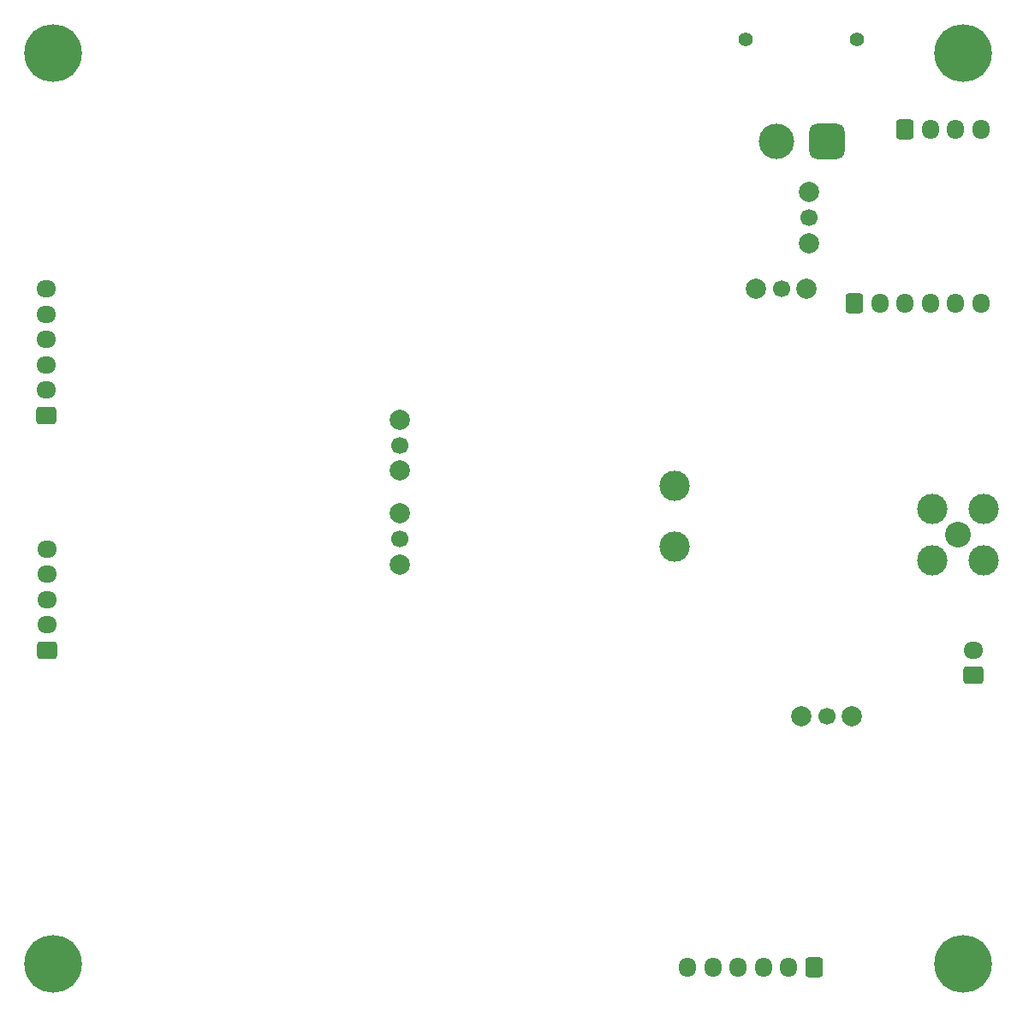
<source format=gbs>
%TF.GenerationSoftware,KiCad,Pcbnew,9.0.0*%
%TF.CreationDate,2025-02-23T16:43:12+09:00*%
%TF.ProjectId,YATA-PCB,59415441-2d50-4434-922e-6b696361645f,rev?*%
%TF.SameCoordinates,Original*%
%TF.FileFunction,Soldermask,Bot*%
%TF.FilePolarity,Negative*%
%FSLAX46Y46*%
G04 Gerber Fmt 4.6, Leading zero omitted, Abs format (unit mm)*
G04 Created by KiCad (PCBNEW 9.0.0) date 2025-02-23 16:43:12*
%MOMM*%
%LPD*%
G01*
G04 APERTURE LIST*
G04 Aperture macros list*
%AMRoundRect*
0 Rectangle with rounded corners*
0 $1 Rounding radius*
0 $2 $3 $4 $5 $6 $7 $8 $9 X,Y pos of 4 corners*
0 Add a 4 corners polygon primitive as box body*
4,1,4,$2,$3,$4,$5,$6,$7,$8,$9,$2,$3,0*
0 Add four circle primitives for the rounded corners*
1,1,$1+$1,$2,$3*
1,1,$1+$1,$4,$5*
1,1,$1+$1,$6,$7*
1,1,$1+$1,$8,$9*
0 Add four rect primitives between the rounded corners*
20,1,$1+$1,$2,$3,$4,$5,0*
20,1,$1+$1,$4,$5,$6,$7,0*
20,1,$1+$1,$6,$7,$8,$9,0*
20,1,$1+$1,$8,$9,$2,$3,0*%
G04 Aperture macros list end*
%ADD10RoundRect,0.250000X0.725000X-0.600000X0.725000X0.600000X-0.725000X0.600000X-0.725000X-0.600000X0*%
%ADD11O,1.950000X1.700000*%
%ADD12RoundRect,0.250000X-0.600000X-0.725000X0.600000X-0.725000X0.600000X0.725000X-0.600000X0.725000X0*%
%ADD13O,1.700000X1.950000*%
%ADD14C,1.400000*%
%ADD15RoundRect,0.770000X-0.980000X-0.980000X0.980000X-0.980000X0.980000X0.980000X-0.980000X0.980000X0*%
%ADD16C,3.500000*%
%ADD17C,5.700000*%
%ADD18C,2.000000*%
%ADD19C,1.700000*%
%ADD20C,3.000000*%
%ADD21RoundRect,0.250000X0.600000X0.725000X-0.600000X0.725000X-0.600000X-0.725000X0.600000X-0.725000X0*%
%ADD22C,2.540000*%
G04 APERTURE END LIST*
D10*
%TO.C,J18*%
X171000000Y-116500000D03*
D11*
X171000000Y-114000000D03*
%TD*%
D12*
%TO.C,J8*%
X159250000Y-79750000D03*
D13*
X161750000Y-79750000D03*
X164250000Y-79750000D03*
X166750000Y-79750000D03*
X169250000Y-79750000D03*
X171750000Y-79750000D03*
%TD*%
D14*
%TO.C,J4*%
X148500000Y-53675000D03*
X159500000Y-53675000D03*
D15*
X156500000Y-63675000D03*
D16*
X151500000Y-63675000D03*
%TD*%
D17*
%TO.C,J13*%
X170000000Y-145000000D03*
%TD*%
D10*
%TO.C,J3*%
X79438000Y-113975000D03*
D11*
X79438000Y-111475000D03*
X79438000Y-108975000D03*
X79438000Y-106475000D03*
X79438000Y-103975000D03*
%TD*%
D17*
%TO.C,J11*%
X170000000Y-55000000D03*
%TD*%
D12*
%TO.C,J5*%
X164250000Y-62500000D03*
D13*
X166750000Y-62500000D03*
X169250000Y-62500000D03*
X171750000Y-62500000D03*
%TD*%
D18*
%TO.C,J19*%
X154750000Y-68750000D03*
X154750000Y-73750000D03*
D19*
X154750000Y-71250000D03*
%TD*%
D18*
%TO.C,J7*%
X154000000Y-120500000D03*
X159000000Y-120500000D03*
D19*
X156500000Y-120500000D03*
%TD*%
D20*
%TO.C,J9*%
X141500000Y-103750000D03*
X141500000Y-97750000D03*
%TD*%
D18*
%TO.C,J15*%
X114250000Y-96250000D03*
X114250000Y-91250000D03*
D19*
X114250000Y-93750000D03*
%TD*%
D17*
%TO.C,J12*%
X80000000Y-145000000D03*
%TD*%
%TO.C,J10*%
X80000000Y-55000000D03*
%TD*%
D21*
%TO.C,J2*%
X155250000Y-145312000D03*
D13*
X152750000Y-145312000D03*
X150250000Y-145312000D03*
X147750000Y-145312000D03*
X145250000Y-145312000D03*
X142750000Y-145312000D03*
%TD*%
D10*
%TO.C,J1*%
X79312000Y-90775000D03*
D11*
X79312000Y-88275000D03*
X79312000Y-85775000D03*
X79312000Y-83275000D03*
X79312000Y-80775000D03*
X79312000Y-78275000D03*
%TD*%
D18*
%TO.C,J14*%
X114250000Y-105500000D03*
X114250000Y-100500000D03*
D19*
X114250000Y-103000000D03*
%TD*%
D18*
%TO.C,J20*%
X149500000Y-78250000D03*
X154500000Y-78250000D03*
D19*
X152000000Y-78250000D03*
%TD*%
D20*
%TO.C,J6*%
X166920000Y-100000000D03*
X166920000Y-105080000D03*
X172000000Y-100000000D03*
X172000000Y-105080000D03*
D22*
X169460000Y-102540000D03*
%TD*%
M02*

</source>
